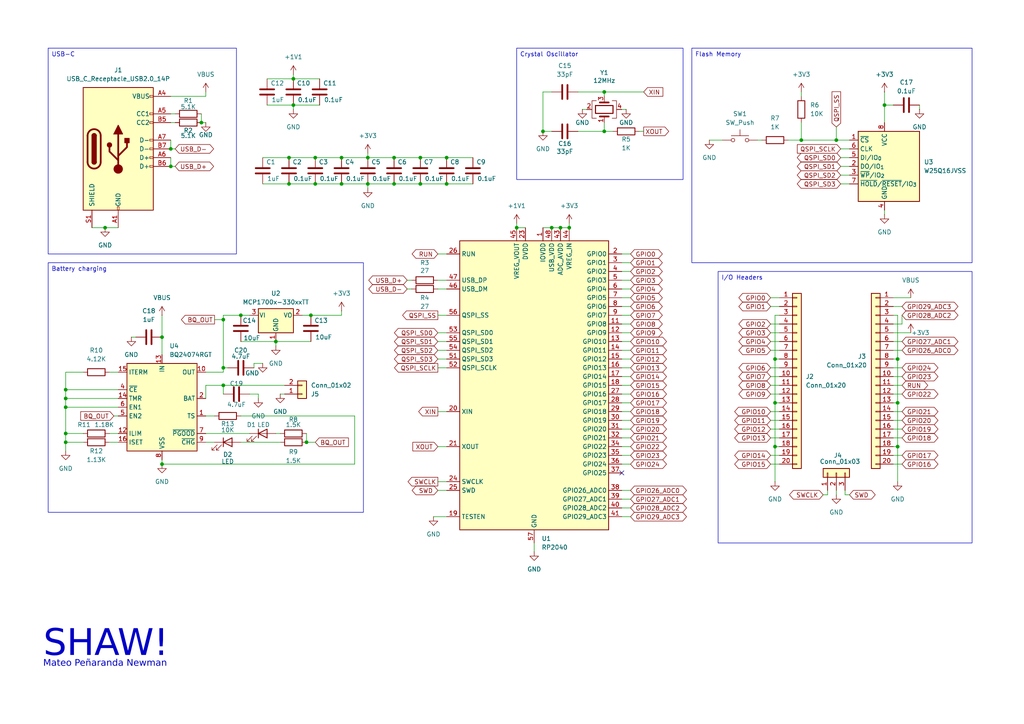
<source format=kicad_sch>
(kicad_sch (version 20250114) (generator "eeschema") (generator_version "9.0")
  (paper "A4")
  (title_block (title "SHAW!") (date "2025-10-09"))
  (text "SHAW!" (at 30.734 188.976 0) (effects (font (size 7.62 7.62))))
  (text "Mateo Peñaranda Newman" (at 30.48 193.04 0) (effects (font (size 1.905 1.905))))
  (text_box "Flash Memory\n" (at 200.66 13.97 0) (size 81.28 62.23) (margins 0.9525 0.9525 0.9525 0.9525) (effects (font (size 1.27 1.27)) (justify left top)))
  (text_box "USB-C\n" (at 13.97 13.97 0) (size 54.61 59.69) (margins 0.9525 0.9525 0.9525 0.9525) (effects (font (size 1.27 1.27)) (justify left top)))
  (text_box "Battery charging\n" (at 13.97 76.2 0) (size 91.44 72.39) (margins 0.9525 0.9525 0.9525 0.9525) (effects (font (size 1.27 1.27)) (justify left top)))
  (text_box "Crystal Oscillator\n" (at 149.86 13.97 0) (size 48.26 38.1) (margins 0.9525 0.9525 0.9525 0.9525) (effects (font (size 1.27 1.27)) (justify left top)))
  (text_box "I/O Headers\n" (at 208.28 78.74 0) (size 73.66 78.74) (margins 0.9525 0.9525 0.9525 0.9525) (effects (font (size 1.27 1.27)) (justify left top)))
  (junction (at 64.77 106.68))
  (junction (at 149.86 66.04))
  (junction (at 83.82 45.72))
  (junction (at 224.79 104.14))
  (junction (at 46.99 134.62))
  (junction (at 64.77 111.76))
  (junction (at 121.92 45.72))
  (junction (at 19.05 113.03))
  (junction (at 224.79 129.54))
  (junction (at 260.35 116.84))
  (junction (at 232.41 40.64))
  (junction (at 114.3 53.34))
  (junction (at 19.05 118.11))
  (junction (at 157.48 38.1))
  (junction (at 30.48 66.04))
  (junction (at 88.9 128.27))
  (junction (at 58.42 35.56))
  (junction (at 242.57 40.64))
  (junction (at 175.26 38.1))
  (junction (at 106.68 53.34))
  (junction (at 64.77 92.71))
  (junction (at 83.82 53.34))
  (junction (at 49.53 43.18))
  (junction (at 19.05 115.57))
  (junction (at 165.1 66.04))
  (junction (at 69.85 91.44))
  (junction (at 256.54 30.48))
  (junction (at 99.06 53.34))
  (junction (at 90.17 91.44))
  (junction (at 114.3 45.72))
  (junction (at 260.35 104.14))
  (junction (at 49.53 48.26))
  (junction (at 106.68 45.72))
  (junction (at 224.79 116.84))
  (junction (at 80.01 99.06))
  (junction (at 85.09 30.48))
  (junction (at 46.99 97.79))
  (junction (at 85.09 22.86))
  (junction (at 121.92 53.34))
  (junction (at 260.35 129.54))
  (junction (at 91.44 53.34))
  (junction (at 19.05 128.27))
  (junction (at 91.44 45.72))
  (junction (at 19.05 125.73))
  (junction (at 162.56 66.04))
  (junction (at 129.54 45.72))
  (junction (at 99.06 45.72))
  (junction (at 175.26 26.67))
  (junction (at 129.54 53.34))
  (junction (at 160.02 66.04))
  (no_connect (at 180.34 137.16))
  (wire (pts (xy 64.77 106.68) (xy 66.04 106.68)))
  (wire (pts (xy 175.26 38.1) (xy 177.8 38.1)))
  (wire (pts (xy 180.34 86.36) (xy 182.88 86.36)))
  (wire (pts (xy 157.48 38.1) (xy 160.02 38.1)))
  (wire (pts (xy 259.08 109.22) (xy 261.62 109.22)))
  (wire (pts (xy 180.34 73.66) (xy 182.88 73.66)))
  (wire (pts (xy 46.99 97.79) (xy 46.99 102.87)))
  (wire (pts (xy 259.08 124.46) (xy 261.62 124.46)))
  (wire (pts (xy 127 139.7) (xy 129.54 139.7)))
  (wire (pts (xy 256.54 60.96) (xy 256.54 62.23)))
  (wire (pts (xy 180.34 149.86) (xy 182.88 149.86)))
  (wire (pts (xy 259.08 129.54) (xy 260.35 129.54)))
  (wire (pts (xy 87.63 91.44) (xy 90.17 91.44)))
  (wire (pts (xy 167.64 26.67) (xy 175.26 26.67)))
  (wire (pts (xy 223.52 86.36) (xy 226.06 86.36)))
  (wire (pts (xy 82.55 114.3) (xy 81.28 114.3)))
  (wire (pts (xy 266.7 30.48) (xy 266.7 31.75)))
  (wire (pts (xy 90.17 91.44) (xy 99.06 91.44)))
  (wire (pts (xy 165.1 64.77) (xy 165.1 66.04)))
  (wire (pts (xy 154.94 157.48) (xy 154.94 160.02)))
  (wire (pts (xy 205.74 40.64) (xy 209.55 40.64)))
  (wire (pts (xy 24.13 107.95) (xy 19.05 107.95)))
  (wire (pts (xy 157.48 26.67) (xy 157.48 38.1)))
  (wire (pts (xy 76.2 45.72) (xy 83.82 45.72)))
  (wire (pts (xy 180.34 111.76) (xy 182.88 111.76)))
  (wire (pts (xy 223.52 99.06) (xy 226.06 99.06)))
  (wire (pts (xy 114.3 45.72) (xy 121.92 45.72)))
  (wire (pts (xy 127 99.06) (xy 129.54 99.06)))
  (wire (pts (xy 259.08 99.06) (xy 261.62 99.06)))
  (wire (pts (xy 180.34 76.2) (xy 182.88 76.2)))
  (wire (pts (xy 157.48 66.04) (xy 160.02 66.04)))
  (wire (pts (xy 49.53 48.26) (xy 50.8 48.26)))
  (wire (pts (xy 106.68 53.34) (xy 106.68 54.61)))
  (wire (pts (xy 259.08 119.38) (xy 261.62 119.38)))
  (wire (pts (xy 31.75 107.95) (xy 34.29 107.95)))
  (wire (pts (xy 242.57 40.64) (xy 246.38 40.64)))
  (wire (pts (xy 259.08 132.08) (xy 261.62 132.08)))
  (wire (pts (xy 242.57 142.24) (xy 242.57 143.51)))
  (wire (pts (xy 219.71 40.64) (xy 220.98 40.64)))
  (wire (pts (xy 49.53 27.94) (xy 59.69 27.94)))
  (wire (pts (xy 127 81.28) (xy 129.54 81.28)))
  (wire (pts (xy 69.85 120.65) (xy 102.87 120.65)))
  (wire (pts (xy 180.34 83.82) (xy 182.88 83.82)))
  (wire (pts (xy 180.34 106.68) (xy 182.88 106.68)))
  (wire (pts (xy 127 119.38) (xy 129.54 119.38)))
  (wire (pts (xy 175.26 26.67) (xy 186.69 26.67)))
  (wire (pts (xy 259.08 116.84) (xy 260.35 116.84)))
  (wire (pts (xy 259.08 127) (xy 261.62 127)))
  (wire (pts (xy 232.41 26.67) (xy 232.41 27.94)))
  (wire (pts (xy 19.05 113.03) (xy 34.29 113.03)))
  (wire (pts (xy 58.42 33.02) (xy 58.42 35.56)))
  (wire (pts (xy 243.84 53.34) (xy 246.38 53.34)))
  (wire (pts (xy 106.68 45.72) (xy 114.3 45.72)))
  (wire (pts (xy 180.34 96.52) (xy 182.88 96.52)))
  (wire (pts (xy 224.79 104.14) (xy 224.79 116.84)))
  (wire (pts (xy 260.35 104.14) (xy 260.35 116.84)))
  (wire (pts (xy 64.77 111.76) (xy 64.77 114.3)))
  (wire (pts (xy 118.11 83.82) (xy 119.38 83.82)))
  (wire (pts (xy 240.03 143.51) (xy 238.76 143.51)))
  (wire (pts (xy 228.6 40.64) (xy 232.41 40.64)))
  (wire (pts (xy 88.9 125.73) (xy 88.9 128.27)))
  (wire (pts (xy 180.34 31.75) (xy 181.61 31.75)))
  (wire (pts (xy 33.02 120.65) (xy 34.29 120.65)))
  (wire (pts (xy 77.47 30.48) (xy 85.09 30.48)))
  (wire (pts (xy 256.54 26.67) (xy 256.54 30.48)))
  (wire (pts (xy 83.82 53.34) (xy 91.44 53.34)))
  (wire (pts (xy 259.08 104.14) (xy 260.35 104.14)))
  (wire (pts (xy 64.77 92.71) (xy 64.77 91.44)))
  (wire (pts (xy 175.26 26.67) (xy 175.26 27.94)))
  (wire (pts (xy 127 142.24) (xy 129.54 142.24)))
  (wire (pts (xy 106.68 53.34) (xy 114.3 53.34)))
  (wire (pts (xy 127 106.68) (xy 129.54 106.68)))
  (wire (pts (xy 223.52 101.6) (xy 226.06 101.6)))
  (wire (pts (xy 125.73 149.86) (xy 129.54 149.86)))
  (wire (pts (xy 185.42 38.1) (xy 186.69 38.1)))
  (wire (pts (xy 149.86 66.04) (xy 152.4 66.04)))
  (wire (pts (xy 49.53 45.72) (xy 49.53 48.26)))
  (wire (pts (xy 149.86 66.04) (xy 149.86 64.77)))
  (wire (pts (xy 160.02 66.04) (xy 162.56 66.04)))
  (wire (pts (xy 223.52 127) (xy 226.06 127)))
  (wire (pts (xy 245.11 142.24) (xy 245.11 143.51)))
  (wire (pts (xy 232.41 35.56) (xy 232.41 40.64)))
  (wire (pts (xy 259.08 86.36) (xy 264.16 86.36)))
  (wire (pts (xy 223.52 96.52) (xy 226.06 96.52)))
  (wire (pts (xy 127 96.52) (xy 129.54 96.52)))
  (wire (pts (xy 129.54 45.72) (xy 137.16 45.72)))
  (wire (pts (xy 180.34 104.14) (xy 182.88 104.14)))
  (wire (pts (xy 49.53 35.56) (xy 50.8 35.56)))
  (wire (pts (xy 64.77 91.44) (xy 69.85 91.44)))
  (wire (pts (xy 180.34 81.28) (xy 182.88 81.28)))
  (wire (pts (xy 245.11 143.51) (xy 246.38 143.51)))
  (wire (pts (xy 256.54 30.48) (xy 259.08 30.48)))
  (wire (pts (xy 88.9 128.27) (xy 91.44 128.27)))
  (wire (pts (xy 127 104.14) (xy 129.54 104.14)))
  (wire (pts (xy 160.02 26.67) (xy 157.48 26.67)))
  (wire (pts (xy 59.69 26.67) (xy 59.69 27.94)))
  (wire (pts (xy 24.13 128.27) (xy 19.05 128.27)))
  (wire (pts (xy 30.48 66.04) (xy 34.29 66.04)))
  (wire (pts (xy 69.85 91.44) (xy 72.39 91.44)))
  (wire (pts (xy 180.34 116.84) (xy 182.88 116.84)))
  (wire (pts (xy 168.91 31.75) (xy 170.18 31.75)))
  (wire (pts (xy 243.84 45.72) (xy 246.38 45.72)))
  (wire (pts (xy 240.03 142.24) (xy 240.03 143.51)))
  (wire (pts (xy 69.85 128.27) (xy 81.28 128.27)))
  (wire (pts (xy 180.34 142.24) (xy 182.88 142.24)))
  (wire (pts (xy 38.1 97.79) (xy 39.37 97.79)))
  (wire (pts (xy 121.92 53.34) (xy 129.54 53.34)))
  (wire (pts (xy 223.52 124.46) (xy 226.06 124.46)))
  (wire (pts (xy 180.34 129.54) (xy 182.88 129.54)))
  (wire (pts (xy 121.92 45.72) (xy 129.54 45.72)))
  (wire (pts (xy 80.01 99.06) (xy 80.01 100.33)))
  (wire (pts (xy 49.53 33.02) (xy 50.8 33.02)))
  (wire (pts (xy 259.08 96.52) (xy 264.16 96.52)))
  (wire (pts (xy 72.39 114.3) (xy 74.93 114.3)))
  (wire (pts (xy 261.62 93.98) (xy 259.08 93.98)))
  (wire (pts (xy 260.35 129.54) (xy 260.35 139.7)))
  (wire (pts (xy 49.53 43.18) (xy 50.8 43.18)))
  (wire (pts (xy 224.79 91.44) (xy 224.79 104.14)))
  (wire (pts (xy 180.34 99.06) (xy 182.88 99.06)))
  (wire (pts (xy 180.34 147.32) (xy 182.88 147.32)))
  (wire (pts (xy 19.05 113.03) (xy 19.05 115.57)))
  (wire (pts (xy 129.54 53.34) (xy 137.16 53.34)))
  (wire (pts (xy 180.34 121.92) (xy 182.88 121.92)))
  (wire (pts (xy 259.08 101.6) (xy 261.62 101.6)))
  (wire (pts (xy 180.34 78.74) (xy 182.88 78.74)))
  (wire (pts (xy 80.01 99.06) (xy 90.17 99.06)))
  (wire (pts (xy 118.11 81.28) (xy 119.38 81.28)))
  (wire (pts (xy 224.79 116.84) (xy 224.79 129.54)))
  (wire (pts (xy 85.09 30.48) (xy 92.71 30.48)))
  (wire (pts (xy 91.44 45.72) (xy 99.06 45.72)))
  (wire (pts (xy 83.82 45.72) (xy 91.44 45.72)))
  (wire (pts (xy 91.44 53.34) (xy 99.06 53.34)))
  (wire (pts (xy 180.34 109.22) (xy 182.88 109.22)))
  (wire (pts (xy 259.08 111.76) (xy 261.62 111.76)))
  (wire (pts (xy 259.08 121.92) (xy 261.62 121.92)))
  (wire (pts (xy 74.93 114.3) (xy 74.93 115.57)))
  (wire (pts (xy 224.79 129.54) (xy 224.79 139.7)))
  (wire (pts (xy 180.34 144.78) (xy 182.88 144.78)))
  (wire (pts (xy 223.52 114.3) (xy 226.06 114.3)))
  (wire (pts (xy 19.05 115.57) (xy 34.29 115.57)))
  (wire (pts (xy 180.34 114.3) (xy 182.88 114.3)))
  (wire (pts (xy 102.87 120.65) (xy 102.87 134.62)))
  (wire (pts (xy 76.2 53.34) (xy 83.82 53.34)))
  (wire (pts (xy 259.08 114.3) (xy 261.62 114.3)))
  (wire (pts (xy 19.05 125.73) (xy 19.05 128.27)))
  (wire (pts (xy 64.77 107.95) (xy 64.77 106.68)))
  (wire (pts (xy 127 129.54) (xy 129.54 129.54)))
  (wire (pts (xy 59.69 128.27) (xy 62.23 128.27)))
  (wire (pts (xy 180.34 124.46) (xy 182.88 124.46)))
  (wire (pts (xy 62.23 92.71) (xy 64.77 92.71)))
  (wire (pts (xy 226.06 91.44) (xy 224.79 91.44)))
  (wire (pts (xy 259.08 134.62) (xy 261.62 134.62)))
  (wire (pts (xy 180.34 132.08) (xy 182.88 132.08)))
  (wire (pts (xy 224.79 116.84) (xy 226.06 116.84)))
  (wire (pts (xy 127 91.44) (xy 129.54 91.44)))
  (wire (pts (xy 242.57 40.64) (xy 242.57 36.83)))
  (wire (pts (xy 46.99 133.35) (xy 46.99 134.62)))
  (wire (pts (xy 223.52 134.62) (xy 226.06 134.62)))
  (wire (pts (xy 85.09 21.59) (xy 85.09 22.86)))
  (wire (pts (xy 69.85 99.06) (xy 80.01 99.06)))
  (wire (pts (xy 19.05 128.27) (xy 19.05 130.81)))
  (wire (pts (xy 232.41 40.64) (xy 242.57 40.64)))
  (wire (pts (xy 85.09 22.86) (xy 92.71 22.86)))
  (wire (pts (xy 58.42 35.56) (xy 59.69 35.56)))
  (wire (pts (xy 224.79 129.54) (xy 226.06 129.54)))
  (wire (pts (xy 99.06 53.34) (xy 106.68 53.34)))
  (wire (pts (xy 243.84 48.26) (xy 246.38 48.26)))
  (wire (pts (xy 223.52 132.08) (xy 226.06 132.08)))
  (wire (pts (xy 180.34 93.98) (xy 182.88 93.98)))
  (wire (pts (xy 223.52 88.9) (xy 226.06 88.9)))
  (wire (pts (xy 73.66 106.68) (xy 73.66 105.41)))
  (wire (pts (xy 80.01 125.73) (xy 81.28 125.73)))
  (wire (pts (xy 223.52 93.98) (xy 226.06 93.98)))
  (wire (pts (xy 259.08 88.9) (xy 261.62 88.9)))
  (wire (pts (xy 59.69 115.57) (xy 59.69 111.76)))
  (wire (pts (xy 46.99 134.62) (xy 102.87 134.62)))
  (wire (pts (xy 223.52 106.68) (xy 226.06 106.68)))
  (wire (pts (xy 26.67 66.04) (xy 30.48 66.04)))
  (wire (pts (xy 127 101.6) (xy 129.54 101.6)))
  (wire (pts (xy 127 83.82) (xy 129.54 83.82)))
  (wire (pts (xy 19.05 118.11) (xy 19.05 125.73)))
  (wire (pts (xy 114.3 53.34) (xy 121.92 53.34)))
  (wire (pts (xy 259.08 91.44) (xy 260.35 91.44)))
  (wire (pts (xy 259.08 106.68) (xy 261.62 106.68)))
  (wire (pts (xy 59.69 107.95) (xy 64.77 107.95)))
  (wire (pts (xy 260.35 116.84) (xy 260.35 129.54)))
  (wire (pts (xy 180.34 119.38) (xy 182.88 119.38)))
  (wire (pts (xy 224.79 104.14) (xy 226.06 104.14)))
  (wire (pts (xy 260.35 91.44) (xy 260.35 104.14)))
  (wire (pts (xy 223.52 109.22) (xy 226.06 109.22)))
  (wire (pts (xy 175.26 38.1) (xy 167.64 38.1)))
  (wire (pts (xy 127 73.66) (xy 129.54 73.66)))
  (wire (pts (xy 180.34 101.6) (xy 182.88 101.6)))
  (wire (pts (xy 34.29 118.11) (xy 19.05 118.11)))
  (wire (pts (xy 106.68 44.45) (xy 106.68 45.72)))
  (wire (pts (xy 162.56 66.04) (xy 165.1 66.04)))
  (wire (pts (xy 31.75 125.73) (xy 34.29 125.73)))
  (wire (pts (xy 64.77 92.71) (xy 64.77 106.68)))
  (wire (pts (xy 59.69 111.76) (xy 64.77 111.76)))
  (wire (pts (xy 64.77 111.76) (xy 82.55 111.76)))
  (wire (pts (xy 180.34 88.9) (xy 182.88 88.9)))
  (wire (pts (xy 73.66 105.41) (xy 76.2 105.41)))
  (wire (pts (xy 223.52 111.76) (xy 226.06 111.76)))
  (wire (pts (xy 256.54 30.48) (xy 256.54 35.56)))
  (wire (pts (xy 59.69 125.73) (xy 72.39 125.73)))
  (wire (pts (xy 180.34 91.44) (xy 182.88 91.44)))
  (wire (pts (xy 223.52 119.38) (xy 226.06 119.38)))
  (wire (pts (xy 243.84 43.18) (xy 246.38 43.18)))
  (wire (pts (xy 99.06 90.17) (xy 99.06 91.44)))
  (wire (pts (xy 24.13 125.73) (xy 19.05 125.73)))
  (wire (pts (xy 180.34 134.62) (xy 182.88 134.62)))
  (wire (pts (xy 223.52 121.92) (xy 226.06 121.92)))
  (wire (pts (xy 99.06 45.72) (xy 106.68 45.72)))
  (wire (pts (xy 261.62 91.44) (xy 261.62 93.98)))
  (wire (pts (xy 49.53 40.64) (xy 49.53 43.18)))
  (wire (pts (xy 180.34 127) (xy 182.88 127)))
  (wire (pts (xy 59.69 120.65) (xy 62.23 120.65)))
  (wire (pts (xy 243.84 50.8) (xy 246.38 50.8)))
  (wire (pts (xy 175.26 35.56) (xy 175.26 38.1)))
  (wire (pts (xy 46.99 91.44) (xy 46.99 97.79)))
  (wire (pts (xy 19.05 107.95) (xy 19.05 113.03)))
  (wire (pts (xy 19.05 115.57) (xy 19.05 118.11)))
  (wire (pts (xy 77.47 22.86) (xy 85.09 22.86)))
  (wire (pts (xy 85.09 30.48) (xy 85.09 31.75)))
  (wire (pts (xy 31.75 128.27) (xy 34.29 128.27)))
  (global_label "QSPI_SD1" (shape bidirectional) (at 127 99.06 180) (property "Intersheetrefs" "${INTERSHEET_REFS}" (effects (hide yes))))
  (global_label "QSPI_SCLK" (shape input) (at 243.84 43.18 180) (property "Intersheetrefs" "${INTERSHEET_REFS}" (effects (hide yes))))
  (global_label "GPIO3" (shape bidirectional) (at 223.52 96.52 180) (property "Intersheetrefs" "${INTERSHEET_REFS}" (effects (hide yes))))
  (global_label "SWCLK" (shape output) (at 127 139.7 180) (property "Intersheetrefs" "${INTERSHEET_REFS}" (effects (hide yes))))
  (global_label "GPIO23" (shape bidirectional) (at 182.88 132.08 0) (property "Intersheetrefs" "${INTERSHEET_REFS}" (effects (hide yes))))
  (global_label "XIN" (shape input) (at 186.69 26.67 0) (property "Intersheetrefs" "${INTERSHEET_REFS}" (effects (hide yes))))
  (global_label "GPIO6" (shape bidirectional) (at 223.52 106.68 180) (property "Intersheetrefs" "${INTERSHEET_REFS}" (effects (hide yes))))
  (global_label "GPIO14" (shape bidirectional) (at 182.88 109.22 0) (property "Intersheetrefs" "${INTERSHEET_REFS}" (effects (hide yes))))
  (global_label "GPIO18" (shape bidirectional) (at 182.88 119.38 0) (property "Intersheetrefs" "${INTERSHEET_REFS}" (effects (hide yes))))
  (global_label "GPIO15" (shape bidirectional) (at 223.52 134.62 180) (property "Intersheetrefs" "${INTERSHEET_REFS}" (effects (hide yes))))
  (global_label "GPIO12" (shape bidirectional) (at 182.88 104.14 0) (property "Intersheetrefs" "${INTERSHEET_REFS}" (effects (hide yes))))
  (global_label "GPIO28_ADC2" (shape bidirectional) (at 261.62 91.44 0) (property "Intersheetrefs" "${INTERSHEET_REFS}" (effects (hide yes))))
  (global_label "GPIO10" (shape bidirectional) (at 182.88 99.06 0) (property "Intersheetrefs" "${INTERSHEET_REFS}" (effects (hide yes))))
  (global_label "GPIO21" (shape bidirectional) (at 261.62 119.38 0) (property "Intersheetrefs" "${INTERSHEET_REFS}" (effects (hide yes))))
  (global_label "GPIO6" (shape bidirectional) (at 182.88 88.9 0) (property "Intersheetrefs" "${INTERSHEET_REFS}" (effects (hide yes))))
  (global_label "GPIO4" (shape bidirectional) (at 182.88 83.82 0) (property "Intersheetrefs" "${INTERSHEET_REFS}" (effects (hide yes))))
  (global_label "QSPI_SS" (shape input) (at 242.57 36.83 90) (property "Intersheetrefs" "${INTERSHEET_REFS}" (effects (hide yes))))
  (global_label "RUN" (shape bidirectional) (at 261.62 111.76 0) (property "Intersheetrefs" "${INTERSHEET_REFS}" (effects (hide yes))))
  (global_label "GPIO11" (shape bidirectional) (at 223.52 121.92 180) (property "Intersheetrefs" "${INTERSHEET_REFS}" (effects (hide yes))))
  (global_label "USB_D+" (shape bidirectional) (at 50.8 48.26 0) (property "Intersheetrefs" "${INTERSHEET_REFS}" (effects (hide yes))))
  (global_label "QSPI_SD3" (shape bidirectional) (at 243.84 53.34 180) (property "Intersheetrefs" "${INTERSHEET_REFS}" (effects (hide yes))))
  (global_label "GPIO0" (shape bidirectional) (at 223.52 86.36 180) (property "Intersheetrefs" "${INTERSHEET_REFS}" (effects (hide yes))))
  (global_label "GPIO0" (shape bidirectional) (at 182.88 73.66 0) (property "Intersheetrefs" "${INTERSHEET_REFS}" (effects (hide yes))))
  (global_label "QSPI_SD1" (shape bidirectional) (at 243.84 48.26 180) (property "Intersheetrefs" "${INTERSHEET_REFS}" (effects (hide yes))))
  (global_label "GPIO12" (shape bidirectional) (at 223.52 124.46 180) (property "Intersheetrefs" "${INTERSHEET_REFS}" (effects (hide yes))))
  (global_label "GPIO2" (shape bidirectional) (at 182.88 78.74 0) (property "Intersheetrefs" "${INTERSHEET_REFS}" (effects (hide yes))))
  (global_label "QSPI_SD3" (shape bidirectional) (at 127 104.14 180) (property "Intersheetrefs" "${INTERSHEET_REFS}" (effects (hide yes))))
  (global_label "GPIO24" (shape bidirectional) (at 261.62 106.68 0) (property "Intersheetrefs" "${INTERSHEET_REFS}" (effects (hide yes))))
  (global_label "XIN" (shape output) (at 127 119.38 180) (property "Intersheetrefs" "${INTERSHEET_REFS}" (effects (hide yes))))
  (global_label "SWD" (shape bidirectional) (at 246.38 143.51 0) (property "Intersheetrefs" "${INTERSHEET_REFS}" (effects (hide yes))))
  (global_label "USB_D+" (shape bidirectional) (at 118.11 81.28 180) (property "Intersheetrefs" "${INTERSHEET_REFS}" (effects (hide yes))))
  (global_label "GPIO7" (shape bidirectional) (at 223.52 109.22 180) (property "Intersheetrefs" "${INTERSHEET_REFS}" (effects (hide yes))))
  (global_label "BQ_OUT" (shape input) (at 33.02 120.65 180) (property "Intersheetrefs" "${INTERSHEET_REFS}" (effects (hide yes))))
  (global_label "GPIO19" (shape bidirectional) (at 261.62 124.46 0) (property "Intersheetrefs" "${INTERSHEET_REFS}" (effects (hide yes))))
  (global_label "GPIO16" (shape bidirectional) (at 261.62 134.62 0) (property "Intersheetrefs" "${INTERSHEET_REFS}" (effects (hide yes))))
  (global_label "GPIO11" (shape bidirectional) (at 182.88 101.6 0) (property "Intersheetrefs" "${INTERSHEET_REFS}" (effects (hide yes))))
  (global_label "GPIO29_ADC3" (shape bidirectional) (at 261.62 88.9 0) (property "Intersheetrefs" "${INTERSHEET_REFS}" (effects (hide yes))))
  (global_label "GPIO3" (shape bidirectional) (at 182.88 81.28 0) (property "Intersheetrefs" "${INTERSHEET_REFS}" (effects (hide yes))))
  (global_label "GPIO24" (shape bidirectional) (at 182.88 134.62 0) (property "Intersheetrefs" "${INTERSHEET_REFS}" (effects (hide yes))))
  (global_label "GPIO26_ADC0" (shape bidirectional) (at 261.62 101.6 0) (property "Intersheetrefs" "${INTERSHEET_REFS}" (effects (hide yes))))
  (global_label "GPIO22" (shape bidirectional) (at 182.88 129.54 0) (property "Intersheetrefs" "${INTERSHEET_REFS}" (effects (hide yes))))
  (global_label "GPIO10" (shape bidirectional) (at 223.52 119.38 180) (property "Intersheetrefs" "${INTERSHEET_REFS}" (effects (hide yes))))
  (global_label "GPIO9" (shape bidirectional) (at 182.88 96.52 0) (property "Intersheetrefs" "${INTERSHEET_REFS}" (effects (hide yes))))
  (global_label "XOUT" (shape input) (at 127 129.54 180) (property "Intersheetrefs" "${INTERSHEET_REFS}" (effects (hide yes))))
  (global_label "GPIO5" (shape bidirectional) (at 182.88 86.36 0) (property "Intersheetrefs" "${INTERSHEET_REFS}" (effects (hide yes))))
  (global_label "GPIO8" (shape bidirectional) (at 223.52 111.76 180) (property "Intersheetrefs" "${INTERSHEET_REFS}" (effects (hide yes))))
  (global_label "RUN" (shape bidirectional) (at 127 73.66 180) (property "Intersheetrefs" "${INTERSHEET_REFS}" (effects (hide yes))))
  (global_label "GPIO9" (shape bidirectional) (at 223.52 114.3 180) (property "Intersheetrefs" "${INTERSHEET_REFS}" (effects (hide yes))))
  (global_label "QSPI_SD2" (shape bidirectional) (at 127 101.6 180) (property "Intersheetrefs" "${INTERSHEET_REFS}" (effects (hide yes))))
  (global_label "GPIO4" (shape bidirectional) (at 223.52 99.06 180) (property "Intersheetrefs" "${INTERSHEET_REFS}" (effects (hide yes))))
  (global_label "GPIO2" (shape bidirectional) (at 223.52 93.98 180) (property "Intersheetrefs" "${INTERSHEET_REFS}" (effects (hide yes))))
  (global_label "GPIO17" (shape bidirectional) (at 261.62 132.08 0) (property "Intersheetrefs" "${INTERSHEET_REFS}" (effects (hide yes))))
  (global_label "GPIO13" (shape bidirectional) (at 182.88 106.68 0) (property "Intersheetrefs" "${INTERSHEET_REFS}" (effects (hide yes))))
  (global_label "GPIO26_ADC0" (shape bidirectional) (at 182.88 142.24 0) (property "Intersheetrefs" "${INTERSHEET_REFS}" (effects (hide yes))))
  (global_label "USB_D-" (shape bidirectional) (at 118.11 83.82 180) (property "Intersheetrefs" "${INTERSHEET_REFS}" (effects (hide yes))))
  (global_label "QSPI_SD2" (shape bidirectional) (at 243.84 50.8 180) (property "Intersheetrefs" "${INTERSHEET_REFS}" (effects (hide yes))))
  (global_label "GPIO14" (shape bidirectional) (at 223.52 132.08 180) (property "Intersheetrefs" "${INTERSHEET_REFS}" (effects (hide yes))))
  (global_label "QSPI_SD0" (shape bidirectional) (at 243.84 45.72 180) (property "Intersheetrefs" "${INTERSHEET_REFS}" (effects (hide yes))))
  (global_label "GPIO1" (shape bidirectional) (at 223.52 88.9 180) (property "Intersheetrefs" "${INTERSHEET_REFS}" (effects (hide yes))))
  (global_label "QSPI_SD0" (shape bidirectional) (at 127 96.52 180) (property "Intersheetrefs" "${INTERSHEET_REFS}" (effects (hide yes))))
  (global_label "XOUT" (shape output) (at 186.69 38.1 0) (property "Intersheetrefs" "${INTERSHEET_REFS}" (effects (hide yes))))
  (global_label "GPIO8" (shape bidirectional) (at 182.88 93.98 0) (property "Intersheetrefs" "${INTERSHEET_REFS}" (effects (hide yes))))
  (global_label "QSPI_SS" (shape output) (at 127 91.44 180) (property "Intersheetrefs" "${INTERSHEET_REFS}" (effects (hide yes))))
  (global_label "GPIO5" (shape bidirectional) (at 223.52 101.6 180) (property "Intersheetrefs" "${INTERSHEET_REFS}" (effects (hide yes))))
  (global_label "SWD" (shape bidirectional) (at 127 142.24 180) (property "Intersheetrefs" "${INTERSHEET_REFS}" (effects (hide yes))))
  (global_label "GPIO18" (shape bidirectional) (at 261.62 127 0) (property "Intersheetrefs" "${INTERSHEET_REFS}" (effects (hide yes))))
  (global_label "USB_D-" (shape bidirectional) (at 50.8 43.18 0) (property "Intersheetrefs" "${INTERSHEET_REFS}" (effects (hide yes))))
  (global_label "GPIO29_ADC3" (shape bidirectional) (at 182.88 149.86 0) (property "Intersheetrefs" "${INTERSHEET_REFS}" (effects (hide yes))))
  (global_label "BQ_OUT" (shape input) (at 91.44 128.27 0) (property "Intersheetrefs" "${INTERSHEET_REFS}" (effects (hide yes))))
  (global_label "GPIO20" (shape bidirectional) (at 261.62 121.92 0) (property "Intersheetrefs" "${INTERSHEET_REFS}" (effects (hide yes))))
  (global_label "GPIO27_ADC1" (shape bidirectional) (at 261.62 99.06 0) (property "Intersheetrefs" "${INTERSHEET_REFS}" (effects (hide yes))))
  (global_label "QSPI_SCLK" (shape output) (at 127 106.68 180) (property "Intersheetrefs" "${INTERSHEET_REFS}" (effects (hide yes))))
  (global_label "GPIO22" (shape bidirectional) (at 261.62 114.3 0) (property "Intersheetrefs" "${INTERSHEET_REFS}" (effects (hide yes))))
  (global_label "GPIO17" (shape bidirectional) (at 182.88 116.84 0) (property "Intersheetrefs" "${INTERSHEET_REFS}" (effects (hide yes))))
  (global_label "GPIO16" (shape bidirectional) (at 182.88 114.3 0) (property "Intersheetrefs" "${INTERSHEET_REFS}" (effects (hide yes))))
  (global_label "GPIO19" (shape bidirectional) (at 182.88 121.92 0) (property "Intersheetrefs" "${INTERSHEET_REFS}" (effects (hide yes))))
  (global_label "GPIO27_ADC1" (shape bidirectional) (at 182.88 144.78 0) (property "Intersheetrefs" "${INTERSHEET_REFS}" (effects (hide yes))))
  (global_label "SWCLK" (shape bidirectional) (at 238.76 143.51 180) (property "Intersheetrefs" "${INTERSHEET_REFS}" (effects (hide yes))))
  (global_label "BQ_OUT" (shape output) (at 62.23 92.71 180) (property "Intersheetrefs" "${INTERSHEET_REFS}" (effects (hide yes))))
  (global_label "GPIO15" (shape bidirectional) (at 182.88 111.76 0) (property "Intersheetrefs" "${INTERSHEET_REFS}" (effects (hide yes))))
  (global_label "GPIO7" (shape bidirectional) (at 182.88 91.44 0) (property "Intersheetrefs" "${INTERSHEET_REFS}" (effects (hide yes))))
  (global_label "GPIO28_ADC2" (shape bidirectional) (at 182.88 147.32 0) (property "Intersheetrefs" "${INTERSHEET_REFS}" (effects (hide yes))))
  (global_label "GPIO23" (shape bidirectional) (at 261.62 109.22 0) (property "Intersheetrefs" "${INTERSHEET_REFS}" (effects (hide yes))))
  (global_label "GPIO13" (shape bidirectional) (at 223.52 127 180) (property "Intersheetrefs" "${INTERSHEET_REFS}" (effects (hide yes))))
  (global_label "GPIO1" (shape bidirectional) (at 182.88 76.2 0) (property "Intersheetrefs" "${INTERSHEET_REFS}" (effects (hide yes))))
  (global_label "GPIO20" (shape bidirectional) (at 182.88 124.46 0) (property "Intersheetrefs" "${INTERSHEET_REFS}" (effects (hide yes))))
  (global_label "GPIO21" (shape bidirectional) (at 182.88 127 0) (property "Intersheetrefs" "${INTERSHEET_REFS}" (effects (hide yes))))
  (symbol (lib_id "Device:C") (at 69.85 106.68 90) (unit 1)
    (property "Reference" "C20" (at 69.85 101.6 90))
    (property "Value" "4.7uF" (at 69.85 103.378 90))
    (property "Footprint" "Capacitor_SMD:C_0603_1608Metric" (effects (hide yes)))
    (property "Description" "Unpolarized capacitor" (effects (hide yes)))
  )
  (symbol (lib_id "Connector_Generic:Conn_01x03") (at 242.57 137.16 90) (unit 1)
    (property "Reference" "J4" (at 241.808 132.08 90) (effects (justify right)))
    (property "Value" "Conn_01x03" (at 237.744 133.858 90) (effects (justify right)))
    (property "Footprint" "Connector_PinHeader_2.54mm:PinHeader_1x03_P2.54mm_Vertical" (effects (hide yes)))
    (property "Description" "Generic connector, single row, 01x03, script generated (kicad-library-utils/schlib/autogen/connector/)" (effects (hide yes)))
  )
  (symbol (lib_id "power:GND") (at 76.2 105.41 0) (unit 1)
    (property "Reference" "#PWR032" (effects (hide yes)))
    (property "Value" "GND" (at 73.152 108.204 0))
    (property "Description" "Power symbol creates a global label with name \"GND\" , ground" (effects (hide yes)))
  )
  (symbol (lib_id "power:GND") (at 224.79 139.7 0) (unit 1)
    (property "Reference" "#PWR024" (effects (hide yes)))
    (property "Value" "GND" (at 224.79 144.78 0))
    (property "Description" "Power symbol creates a global label with name \"GND\" , ground" (effects (hide yes)))
  )
  (symbol (lib_id "power:GND") (at 80.01 100.33 0) (unit 1)
    (property "Reference" "#PWR09" (effects (hide yes)))
    (property "Value" "GND" (at 80.01 105.41 0))
    (property "Description" "Power symbol creates a global label with name \"GND\" , ground" (effects (hide yes)))
  )
  (symbol (lib_id "Device:C") (at 121.92 49.53 0) (unit 1)
    (property "Reference" "C7" (at 122.936 46.99 0) (effects (justify left)))
    (property "Value" "0.1uF" (at 123.19 51.816 0) (effects (justify left)))
    (property "Footprint" "Capacitor_SMD:C_0402_1005Metric" (effects (hide yes)))
    (property "Description" "Unpolarized capacitor" (effects (hide yes)))
  )
  (symbol (lib_id "MCU_RaspberryPi:RP2040") (at 154.94 111.76 0) (unit 1)
    (property "Reference" "U1" (at 157.0833 156.21 0) (effects (justify left)))
    (property "Value" "RP2040" (at 157.0833 158.75 0) (effects (justify left)))
    (property "Footprint" "Package_DFN_QFN:QFN-56-1EP_7x7mm_P0.4mm_EP3.2x3.2mm" (effects (hide yes)))
    (property "Datasheet" "https://datasheets.raspberrypi.com/rp2040/rp2040-datasheet.pdf" (effects (hide yes)))
    (property "Description" "A microcontroller by Raspberry Pi" (effects (hide yes)))
  )
  (symbol (lib_id "Device:C") (at 85.09 26.67 0) (unit 1)
    (property "Reference" "C10" (at 86.106 24.13 0) (effects (justify left)))
    (property "Value" "0.1uF" (at 86.36 28.956 0) (effects (justify left)))
    (property "Footprint" "Capacitor_SMD:C_0402_1005Metric" (effects (hide yes)))
    (property "Description" "Unpolarized capacitor" (effects (hide yes)))
  )
  (symbol (lib_id "power:GND") (at 46.99 134.62 0) (unit 1)
    (property "Reference" "#PWR029" (effects (hide yes)))
    (property "Value" "GND" (at 46.99 139.7 0))
    (property "Description" "Power symbol creates a global label with name \"GND\" , ground" (effects (hide yes)))
  )
  (symbol (lib_id "Device:C") (at 76.2 49.53 0) (unit 1)
    (property "Reference" "C1" (at 77.216 46.99 0) (effects (justify left)))
    (property "Value" "1uF" (at 77.47 51.816 0) (effects (justify left)))
    (property "Footprint" "Capacitor_SMD:C_0402_1005Metric" (effects (hide yes)))
    (property "Description" "Unpolarized capacitor" (effects (hide yes)))
  )
  (symbol (lib_id "Device:C") (at 106.68 49.53 0) (unit 1)
    (property "Reference" "C5" (at 107.696 46.99 0) (effects (justify left)))
    (property "Value" "0.1uF" (at 107.95 51.816 0) (effects (justify left)))
    (property "Footprint" "Capacitor_SMD:C_0402_1005Metric" (effects (hide yes)))
    (property "Description" "Unpolarized capacitor" (effects (hide yes)))
  )
  (symbol (lib_id "Connector:USB_C_Receptacle_USB2.0_14P") (at 34.29 43.18 0) (unit 1)
    (property "Reference" "J1" (at 34.29 20.32 0))
    (property "Value" "USB_C_Receptacle_USB2.0_14P" (at 34.29 22.86 0))
    (property "Footprint" "Connector_USB:USB_C_Receptacle_HRO_TYPE-C-31-M-12" (effects (hide yes)))
    (property "Datasheet" "https://www.usb.org/sites/default/files/documents/usb_type-c.zip" (effects (hide yes)))
    (property "Description" "USB 2.0-only 14P Type-C Receptacle connector" (effects (hide yes)))
  )
  (symbol (lib_id "power:+3V3") (at 165.1 64.77 0) (unit 1)
    (property "Reference" "#PWR02" (effects (hide yes)))
    (property "Value" "+3V3" (at 165.1 59.69 0))
    (property "Description" "Power symbol creates a global label with name \"+3V3\"" (effects (hide yes)))
  )
  (symbol (lib_id "power:+3V3") (at 264.16 96.52 0) (unit 1)
    (property "Reference" "#PWR021" (effects (hide yes)))
    (property "Value" "+3V3" (at 266.954 96.52 0))
    (property "Description" "Power symbol creates a global label with name \"+3V3\"" (effects (hide yes)))
  )
  (symbol (lib_id "Device:C") (at 262.89 30.48 90) (unit 1)
    (property "Reference" "C17" (at 262.89 23.876 90))
    (property "Value" "0.1uF" (at 262.89 26.416 90))
    (property "Footprint" "Capacitor_SMD:C_0402_1005Metric" (effects (hide yes)))
    (property "Description" "Unpolarized capacitor" (effects (hide yes)))
  )
  (symbol (lib_id "power:GND") (at 168.91 31.75 0) (unit 1)
    (property "Reference" "#PWR013" (effects (hide yes)))
    (property "Value" "GND" (at 168.91 35.56 0))
    (property "Description" "Power symbol creates a global label with name \"GND\" , ground" (effects (hide yes)))
  )
  (symbol (lib_id "power:GND") (at 59.69 35.56 0) (unit 1)
    (property "Reference" "#PWR07" (effects (hide yes)))
    (property "Value" "GND" (at 59.69 39.116 0))
    (property "Description" "Power symbol creates a global label with name \"GND\" , ground" (effects (hide yes)))
  )
  (symbol (lib_id "Device:R") (at 85.09 128.27 90) (unit 1)
    (property "Reference" "R9" (at 85.09 131.064 90))
    (property "Value" "1.5K" (at 85.09 133.604 90))
    (property "Footprint" "Resistor_SMD:R_0402_1005Metric" (effects (hide yes)))
    (property "Description" "Resistor" (effects (hide yes)))
  )
  (symbol (lib_id "power:GND") (at 266.7 31.75 0) (unit 1)
    (property "Reference" "#PWR017" (effects (hide yes)))
    (property "Value" "GND" (at 266.7 36.83 0))
    (property "Description" "Power symbol creates a global label with name \"GND\" , ground" (effects (hide yes)))
  )
  (symbol (lib_id "power:+1V1") (at 85.09 21.59 0) (unit 1)
    (property "Reference" "#PWR06" (effects (hide yes)))
    (property "Value" "+1V1" (at 85.09 16.51 0))
    (property "Description" "Power symbol creates a global label with name \"+1V1\"" (effects (hide yes)))
  )
  (symbol (lib_id "Device:Crystal_GND24") (at 175.26 31.75 90) (unit 1)
    (property "Reference" "Y1" (at 175.26 21.082 90))
    (property "Value" "12MHz" (at 175.26 23.368 90))
    (property "Footprint" "Crystal:Crystal_SMD_3225-4Pin_3.2x2.5mm" (effects (hide yes)))
    (property "Description" "Four pin crystal, GND on pins 2 and 4" (effects (hide yes)))
  )
  (symbol (lib_id "power:GND") (at 260.35 139.7 0) (unit 1)
    (property "Reference" "#PWR023" (effects (hide yes)))
    (property "Value" "GND" (at 260.35 144.78 0))
    (property "Description" "Power symbol creates a global label with name \"GND\" , ground" (effects (hide yes)))
  )
  (symbol (lib_id "Regulator_Linear:MCP1700x-330xxTT") (at 80.01 91.44 0) (unit 1)
    (property "Reference" "U2" (at 80.01 85.09 0))
    (property "Value" "MCP1700x-330xxTT" (at 80.01 87.63 0))
    (property "Footprint" "Package_TO_SOT_SMD:SOT-23" (effects (hide yes)))
    (property "Datasheet" "http://ww1.microchip.com/downloads/en/DeviceDoc/20001826D.pdf" (effects (hide yes)))
    (property "Description" "250mA Low Quiscent Current LDO, 3.3V output, SOT-23" (effects (hide yes)))
  )
  (symbol (lib_id "power:GND") (at 125.73 149.86 0) (unit 1)
    (property "Reference" "#PWR020" (effects (hide yes)))
    (property "Value" "GND" (at 125.73 154.94 0))
    (property "Description" "Power symbol creates a global label with name \"GND\" , ground" (effects (hide yes)))
  )
  (symbol (lib_id "power:GND") (at 157.48 38.1 0) (unit 1)
    (property "Reference" "#PWR014" (effects (hide yes)))
    (property "Value" "GND" (at 157.48 43.18 0))
    (property "Description" "Power symbol creates a global label with name \"GND\" , ground" (effects (hide yes)))
  )
  (symbol (lib_id "power:GND") (at 19.05 130.81 0) (unit 1)
    (property "Reference" "#PWR030" (effects (hide yes)))
    (property "Value" "GND" (at 19.05 135.89 0))
    (property "Description" "Power symbol creates a global label with name \"GND\" , ground" (effects (hide yes)))
  )
  (symbol (lib_id "power:GND") (at 38.1 97.79 0) (unit 1)
    (property "Reference" "#PWR027" (effects (hide yes)))
    (property "Value" "GND" (at 38.1 102.87 0))
    (property "Description" "Power symbol creates a global label with name \"GND\" , ground" (effects (hide yes)))
  )
  (symbol (lib_id "Device:R") (at 27.94 128.27 90) (unit 1)
    (property "Reference" "R12" (at 27.94 130.81 90))
    (property "Value" "1.13K" (at 27.94 133.35 90))
    (property "Footprint" "Resistor_SMD:R_0402_1005Metric" (effects (hide yes)))
    (property "Description" "Resistor" (effects (hide yes)))
  )
  (symbol (lib_id "Device:R") (at 27.94 107.95 90) (unit 1)
    (property "Reference" "R10" (at 27.94 101.6 90))
    (property "Value" "4.12K" (at 27.94 104.14 90))
    (property "Footprint" "Resistor_SMD:R_0402_1005Metric" (effects (hide yes)))
    (property "Description" "Resistor" (effects (hide yes)))
  )
  (symbol (lib_id "power:VBUS") (at 264.16 86.36 0) (unit 1)
    (property "Reference" "#PWR022" (effects (hide yes)))
    (property "Value" "VBUS" (at 264.16 81.28 0))
    (property "Description" "Power symbol creates a global label with name \"VBUS\"" (effects (hide yes)))
  )
  (symbol (lib_id "power:VBUS") (at 46.99 91.44 0) (unit 1)
    (property "Reference" "#PWR028" (effects (hide yes)))
    (property "Value" "VBUS" (at 46.99 86.36 0))
    (property "Description" "Power symbol creates a global label with name \"VBUS\"" (effects (hide yes)))
  )
  (symbol (lib_id "Connector_Generic:Conn_01x20") (at 231.14 109.22 0) (unit 1)
    (property "Reference" "J2" (at 233.68 109.2199 0) (effects (justify left)))
    (property "Value" "Conn_01x20" (at 233.68 111.7599 0) (effects (justify left)))
    (property "Footprint" "Connector_PinHeader_2.54mm:PinHeader_1x20_P2.54mm_Vertical" (effects (hide yes)))
    (property "Description" "Generic connector, single row, 01x20, script generated (kicad-library-utils/schlib/autogen/connector/)" (effects (hide yes)))
  )
  (symbol (lib_id "Device:C") (at 163.83 38.1 270) (unit 1)
    (property "Reference" "C16" (at 163.83 41.656 90))
    (property "Value" "33pF" (at 163.83 43.942 90))
    (property "Footprint" "Capacitor_SMD:C_0402_1005Metric" (effects (hide yes)))
    (property "Description" "Unpolarized capacitor" (effects (hide yes)))
  )
  (symbol (lib_id "Device:R") (at 224.79 40.64 90) (unit 1)
    (property "Reference" "R7" (at 224.79 34.29 90))
    (property "Value" "1K" (at 224.79 36.83 90))
    (property "Footprint" "Resistor_SMD:R_0402_1005Metric" (effects (hide yes)))
    (property "Description" "Resistor" (effects (hide yes)))
  )
  (symbol (lib_id "Device:C") (at 163.83 26.67 90) (unit 1)
    (property "Reference" "C15" (at 163.83 19.05 90))
    (property "Value" "33pF" (at 163.83 21.59 90))
    (property "Footprint" "Capacitor_SMD:C_0402_1005Metric" (effects (hide yes)))
    (property "Description" "Unpolarized capacitor" (effects (hide yes)))
  )
  (symbol (lib_id "Device:C") (at 114.3 49.53 0) (unit 1)
    (property "Reference" "C6" (at 115.316 46.99 0) (effects (justify left)))
    (property "Value" "0.1uF" (at 115.57 51.816 0) (effects (justify left)))
    (property "Footprint" "Capacitor_SMD:C_0402_1005Metric" (effects (hide yes)))
    (property "Description" "Unpolarized capacitor" (effects (hide yes)))
  )
  (symbol (lib_id "Memory_Flash:W25Q16JVSS") (at 256.54 48.26 0) (unit 1)
    (property "Reference" "U3" (at 267.97 46.9899 0) (effects (justify left)))
    (property "Value" "W25Q16JVSS" (at 267.97 49.5299 0) (effects (justify left)))
    (property "Footprint" "Package_SON:Winbond_USON-8-1EP_3x2mm_P0.5mm_EP0.2x1.6mm" (effects (hide yes)))
    (property "Datasheet" "https://www.winbond.com/hq/support/documentation/levelOne.jsp?__locale=en&DocNo=DA00-W25Q16JV.1" (effects (hide yes)))
    (property "Description" "16Mbit / 2MiB Serial Flash Memory, Standard/Dual/Quad SPI, 2.7-3.6V, SOIC-8 (208 mil)" (effects (hide yes)))
  )
  (symbol (lib_id "power:GND") (at 30.48 66.04 0) (unit 1)
    (property "Reference" "#PWR08" (effects (hide yes)))
    (property "Value" "GND" (at 30.48 71.12 0))
    (property "Description" "Power symbol creates a global label with name \"GND\" , ground" (effects (hide yes)))
  )
  (symbol (lib_id "Device:R") (at 232.41 31.75 0) (unit 1)
    (property "Reference" "R6" (at 234.95 30.4799 0) (effects (justify left)))
    (property "Value" "10K" (at 234.95 33.0199 0) (effects (justify left)))
    (property "Footprint" "Resistor_SMD:R_0402_1005Metric" (effects (hide yes)))
    (property "Description" "Resistor" (effects (hide yes)))
  )
  (symbol (lib_id "Device:R") (at 27.94 125.73 90) (unit 1)
    (property "Reference" "R11" (at 24.384 123.19 90))
    (property "Value" "1.18K" (at 30.226 123.19 90))
    (property "Footprint" "Resistor_SMD:R_0402_1005Metric" (effects (hide yes)))
    (property "Description" "Resistor" (effects (hide yes)))
  )
  (symbol (lib_id "Device:R") (at 66.04 120.65 90) (unit 1)
    (property "Reference" "R13" (at 66.04 122.936 90))
    (property "Value" "10K" (at 66.04 124.714 90))
    (property "Footprint" "Resistor_SMD:R_0402_1005Metric" (effects (hide yes)))
    (property "Description" "Resistor" (effects (hide yes)))
  )
  (symbol (lib_id "power:VBUS") (at 59.69 26.67 0) (unit 1)
    (property "Reference" "#PWR010" (effects (hide yes)))
    (property "Value" "VBUS" (at 59.69 21.59 0))
    (property "Description" "Power symbol creates a global label with name \"VBUS\"" (effects (hide yes)))
  )
  (symbol (lib_id "Device:C") (at 129.54 49.53 0) (unit 1)
    (property "Reference" "C8" (at 130.556 46.99 0) (effects (justify left)))
    (property "Value" "0.1uF" (at 130.81 51.816 0) (effects (justify left)))
    (property "Footprint" "Capacitor_SMD:C_0402_1005Metric" (effects (hide yes)))
    (property "Description" "Unpolarized capacitor" (effects (hide yes)))
  )
  (symbol (lib_id "Device:C") (at 91.44 49.53 0) (unit 1)
    (property "Reference" "C3" (at 92.456 46.99 0) (effects (justify left)))
    (property "Value" "0.1uF" (at 92.71 51.816 0) (effects (justify left)))
    (property "Footprint" "Capacitor_SMD:C_0402_1005Metric" (effects (hide yes)))
    (property "Description" "Unpolarized capacitor" (effects (hide yes)))
  )
  (symbol (lib_id "power:+3V3") (at 106.68 44.45 0) (unit 1)
    (property "Reference" "#PWR03" (effects (hide yes)))
    (property "Value" "+3V3" (at 106.68 39.37 0))
    (property "Description" "Power symbol creates a global label with name \"+3V3\"" (effects (hide yes)))
  )
  (symbol (lib_id "Device:R") (at 85.09 125.73 270) (unit 1)
    (property "Reference" "R8" (at 85.09 121.666 90))
    (property "Value" "1.5K" (at 85.09 123.19 90))
    (property "Footprint" "Resistor_SMD:R_0402_1005Metric" (effects (hide yes)))
    (property "Description" "Resistor" (effects (hide yes)))
  )
  (symbol (lib_id "power:GND") (at 256.54 62.23 0) (unit 1)
    (property "Reference" "#PWR015" (effects (hide yes)))
    (property "Value" "GND" (at 256.54 67.31 0))
    (property "Description" "Power symbol creates a global label with name \"GND\" , ground" (effects (hide yes)))
  )
  (symbol (lib_id "power:GND") (at 81.28 114.3 0) (unit 1)
    (property "Reference" "#PWR031" (effects (hide yes)))
    (property "Value" "GND" (at 81.28 119.38 0))
    (property "Description" "Power symbol creates a global label with name \"GND\" , ground" (effects (hide yes)))
  )
  (symbol (lib_id "power:GND") (at 85.09 31.75 0) (unit 1)
    (property "Reference" "#PWR05" (effects (hide yes)))
    (property "Value" "GND" (at 85.09 36.83 0))
    (property "Description" "Power symbol creates a global label with name \"GND\" , ground" (effects (hide yes)))
  )
  (symbol (lib_id "power:GND") (at 154.94 160.02 0) (unit 1)
    (property "Reference" "#PWR026" (effects (hide yes)))
    (property "Value" "GND" (at 154.94 165.1 0))
    (property "Description" "Power symbol creates a global label with name \"GND\" , ground" (effects (hide yes)))
  )
  (symbol (lib_id "Device:LED") (at 66.04 128.27 0) (unit 1)
    (property "Reference" "D2" (at 66.04 131.826 0))
    (property "Value" "LED" (at 66.04 133.858 0))
    (property "Footprint" "LED_SMD:LED_0402_1005Metric" (effects (hide yes)))
    (property "Description" "Light emitting diode" (effects (hide yes)))
    (property "Sim.Pins" "1=K 2=A" (effects (hide yes)))
  )
  (symbol (lib_id "Connector_Generic:Conn_01x02") (at 87.63 114.3 0) (mirror x) (unit 1)
    (property "Reference" "J5" (at 90.17 114.3001 0) (effects (justify left)))
    (property "Value" "Conn_01x02" (at 90.17 111.7601 0) (effects (justify left)))
    (property "Footprint" "Connector_JST:JST_EH_B2B-EH-A_1x02_P2.50mm_Vertical" (effects (hide yes)))
    (property "Description" "Generic connector, single row, 01x02, script generated (kicad-library-utils/schlib/autogen/connector/)" (effects (hide yes)))
  )
  (symbol (lib_id "Device:C") (at 137.16 49.53 0) (unit 1)
    (property "Reference" "C9" (at 138.176 46.99 0) (effects (justify left)))
    (property "Value" "0.1uF" (at 138.43 51.816 0) (effects (justify left)))
    (property "Footprint" "Capacitor_SMD:C_0402_1005Metric" (effects (hide yes)))
    (property "Description" "Unpolarized capacitor" (effects (hide yes)))
  )
  (symbol (lib_id "Device:R") (at 54.61 35.56 90) (unit 1)
    (property "Reference" "R2" (at 54.61 37.846 90))
    (property "Value" "5.1K" (at 54.61 39.37 90))
    (property "Footprint" "Resistor_SMD:R_0402_1005Metric" (effects (hide yes)))
    (property "Description" "Resistor" (effects (hide yes)))
  )
  (symbol (lib_id "Device:C") (at 92.71 26.67 0) (unit 1)
    (property "Reference" "C11" (at 93.726 24.13 0) (effects (justify left)))
    (property "Value" "0.1uF" (at 93.98 28.956 0) (effects (justify left)))
    (property "Footprint" "Capacitor_SMD:C_0402_1005Metric" (effects (hide yes)))
    (property "Description" "Unpolarized capacitor" (effects (hide yes)))
  )
  (symbol (lib_id "Device:C") (at 90.17 95.25 0) (unit 1)
    (property "Reference" "C13" (at 91.186 92.964 0) (effects (justify left)))
    (property "Value" "10uF" (at 91.44 97.79 0) (effects (justify left)))
    (property "Footprint" "Capacitor_SMD:C_0603_1608Metric" (effects (hide yes)))
    (property "Description" "Unpolarized capacitor" (effects (hide yes)))
  )
  (symbol (lib_id "power:GND") (at 74.93 115.57 0) (unit 1)
    (property "Reference" "#PWR033" (effects (hide yes)))
    (property "Value" "GND" (at 74.93 120.65 0))
    (property "Description" "Power symbol creates a global label with name \"GND\" , ground" (effects (hide yes)))
  )
  (symbol (lib_id "power:+1V1") (at 149.86 64.77 0) (unit 1)
    (property "Reference" "#PWR01" (effects (hide yes)))
    (property "Value" "+1V1" (at 149.86 59.69 0))
    (property "Description" "Power symbol creates a global label with name \"+1V1\"" (effects (hide yes)))
  )
  (symbol (lib_id "Device:C") (at 69.85 95.25 0) (unit 1)
    (property "Reference" "C14" (at 70.358 92.964 0) (effects (justify left)))
    (property "Value" "10uF" (at 70.612 98.044 0) (effects (justify left)))
    (property "Footprint" "Capacitor_SMD:C_0603_1608Metric" (effects (hide yes)))
    (property "Description" "Unpolarized capacitor" (effects (hide yes)))
  )
  (symbol (lib_id "power:GND") (at 106.68 54.61 0) (unit 1)
    (property "Reference" "#PWR04" (effects (hide yes)))
    (property "Value" "GND" (at 106.68 59.69 0))
    (property "Description" "Power symbol creates a global label with name \"GND\" , ground" (effects (hide yes)))
  )
  (symbol (lib_id "power:+3V3") (at 232.41 26.67 0) (unit 1)
    (property "Reference" "#PWR018" (effects (hide yes)))
    (property "Value" "+3V3" (at 232.41 21.59 0))
    (property "Description" "Power symbol creates a global label with name \"+3V3\"" (effects (hide yes)))
  )
  (symbol (lib_id "Device:C") (at 43.18 97.79 90) (unit 1)
    (property "Reference" "C18" (at 43.18 90.17 90))
    (property "Value" "1uF" (at 43.18 92.71 90))
    (property "Footprint" "Capacitor_SMD:C_0402_1005Metric" (effects (hide yes)))
    (property "Description" "Unpolarized capacitor" (effects (hide yes)))
  )
  (symbol (lib_id "power:GND") (at 242.57 143.51 0) (unit 1)
    (property "Reference" "#PWR025" (effects (hide yes)))
    (property "Value" "GND" (at 242.57 148.59 0))
    (property "Description" "Power symbol creates a global label with name \"GND\" , ground" (effects (hide yes)))
  )
  (symbol (lib_id "power:GND") (at 181.61 31.75 0) (unit 1)
    (property "Reference" "#PWR012" (effects (hide yes)))
    (property "Value" "GND" (at 181.61 35.56 0))
    (property "Description" "Power symbol creates a global label with name \"GND\" , ground" (effects (hide yes)))
  )
  (symbol (lib_id "Device:C") (at 99.06 49.53 0) (unit 1)
    (property "Reference" "C4" (at 100.076 46.99 0) (effects (justify left)))
    (property "Value" "0.1uF" (at 100.33 51.816 0) (effects (justify left)))
    (property "Footprint" "Capacitor_SMD:C_0402_1005Metric" (effects (hide yes)))
    (property "Description" "Unpolarized capacitor" (effects (hide yes)))
  )
  (symbol (lib_id "Device:R") (at 181.61 38.1 90) (unit 1)
    (property "Reference" "R5" (at 181.61 40.386 90))
    (property "Value" "1K" (at 181.61 42.926 90))
    (property "Footprint" "Resistor_SMD:R_0402_1005Metric" (effects (hide yes)))
    (property "Description" "Resistor" (effects (hide yes)))
  )
  (symbol (lib_id "power:+3V3") (at 99.06 90.17 0) (unit 1)
    (property "Reference" "#PWR011" (effects (hide yes)))
    (property "Value" "+3V3" (at 99.06 85.09 0))
    (property "Description" "Power symbol creates a global label with name \"+3V3\"" (effects (hide yes)))
  )
  (symbol (lib_id "Device:R") (at 123.19 83.82 90) (unit 1)
    (property "Reference" "R4" (at 123.19 86.36 90))
    (property "Value" "27" (at 123.19 88.9 90))
    (property "Footprint" "Resistor_SMD:R_0402_1005Metric" (effects (hide yes)))
    (property "Description" "Resistor" (effects (hide yes)))
  )
  (symbol (lib_id "power:+3V3") (at 256.54 26.67 0) (unit 1)
    (property "Reference" "#PWR016" (effects (hide yes)))
    (property "Value" "+3V3" (at 256.54 21.59 0))
    (property "Description" "Power symbol creates a global label with name \"+3V3\"" (effects (hide yes)))
  )
  (symbol (lib_id "Device:C") (at 83.82 49.53 0) (unit 1)
    (property "Reference" "C2" (at 84.836 46.99 0) (effects (justify left)))
    (property "Value" "0.1uF" (at 85.09 51.816 0) (effects (justify left)))
    (property "Footprint" "Capacitor_SMD:C_0402_1005Metric" (effects (hide yes)))
    (property "Description" "Unpolarized capacitor" (effects (hide yes)))
  )
  (symbol (lib_id "power:GND") (at 205.74 40.64 0) (unit 1)
    (property "Reference" "#PWR019" (effects (hide yes)))
    (property "Value" "GND" (at 205.74 45.72 0))
    (property "Description" "Power symbol creates a global label with name \"GND\" , ground" (effects (hide yes)))
  )
  (symbol (lib_id "Connector_Generic:Conn_01x20") (at 254 109.22 0) (mirror y) (unit 1)
    (property "Reference" "J3" (at 251.206 103.378 0) (effects (justify left)))
    (property "Value" "Conn_01x20" (at 251.46 105.918 0) (effects (justify left)))
    (property "Footprint" "Connector_PinHeader_2.54mm:PinHeader_1x20_P2.54mm_Vertical" (effects (hide yes)))
    (property "Description" "Generic connector, single row, 01x20, script generated (kicad-library-utils/schlib/autogen/connector/)" (effects (hide yes)))
  )
  (symbol (lib_id "Device:R") (at 54.61 33.02 90) (unit 1)
    (property "Reference" "R1" (at 54.61 29.21 90))
    (property "Value" "5.1K" (at 54.61 30.988 90))
    (property "Footprint" "Resistor_SMD:R_0402_1005Metric" (effects (hide yes)))
    (property "Description" "Resistor" (effects (hide yes)))
  )
  (symbol (lib_id "Switch:SW_Push") (at 214.63 40.64 0) (unit 1)
    (property "Reference" "SW1" (at 214.63 33.02 0))
    (property "Value" "SW_Push" (at 214.63 35.56 0))
    (property "Footprint" "Button_Switch_SMD:SW_Push_SPST_NO_Alps_SKRK" (effects (hide yes)))
    (property "Description" "Push button switch, generic, two pins" (effects (hide yes)))
  )
  (symbol (lib_id "Device:LED") (at 76.2 125.73 0) (unit 1)
    (property "Reference" "D1" (at 72.898 123.19 0))
    (property "Value" "LED" (at 76.454 123.19 0))
    (property "Footprint" "LED_SMD:LED_0402_1005Metric" (effects (hide yes)))
    (property "Description" "Light emitting diode" (effects (hide yes)))
    (property "Sim.Pins" "1=K 2=A" (effects (hide yes)))
  )
  (symbol (lib_id "Battery_Management:BQ24074RGT") (at 46.99 118.11 0) (unit 1)
    (property "Reference" "U4" (at 49.1333 100.33 0) (effects (justify left)))
    (property "Value" "BQ24074RGT" (at 49.1333 102.87 0) (effects (justify left)))
    (property "Footprint" "Package_DFN_QFN:VQFN-16-1EP_3x3mm_P0.5mm_EP1.6x1.6mm" (effects (hide yes)))
    (property "Datasheet" "http://www.ti.com/lit/ds/symlink/bq24074.pdf" (effects (hide yes)))
    (property "Description" "USB-Friendly Li-Ion Battery Charger and Power-Path Management, VQFN-16" (effects (hide yes)))
  )
  (symbol (lib_id "Device:C") (at 77.47 26.67 0) (unit 1)
    (property "Reference" "C12" (at 78.486 24.13 0) (effects (justify left)))
    (property "Value" "1uF" (at 78.74 28.956 0) (effects (justify left)))
    (property "Footprint" "Capacitor_SMD:C_0402_1005Metric" (effects (hide yes)))
    (property "Description" "Unpolarized capacitor" (effects (hide yes)))
  )
  (symbol (lib_id "Device:R") (at 123.19 81.28 90) (unit 1)
    (property "Reference" "R3" (at 123.19 76.2 90))
    (property "Value" "27" (at 123.19 78.486 90))
    (property "Footprint" "Resistor_SMD:R_0402_1005Metric" (effects (hide yes)))
    (property "Description" "Resistor" (effects (hide yes)))
  )
  (symbol (lib_id "Device:C") (at 68.58 114.3 90) (unit 1)
    (property "Reference" "C19" (at 68.58 111.252 90))
    (property "Value" "4.7uF" (at 68.58 117.348 90))
    (property "Footprint" "Capacitor_SMD:C_0603_1608Metric" (effects (hide yes)))
    (property "Description" "Unpolarized capacitor" (effects (hide yes)))
  )
)
</source>
